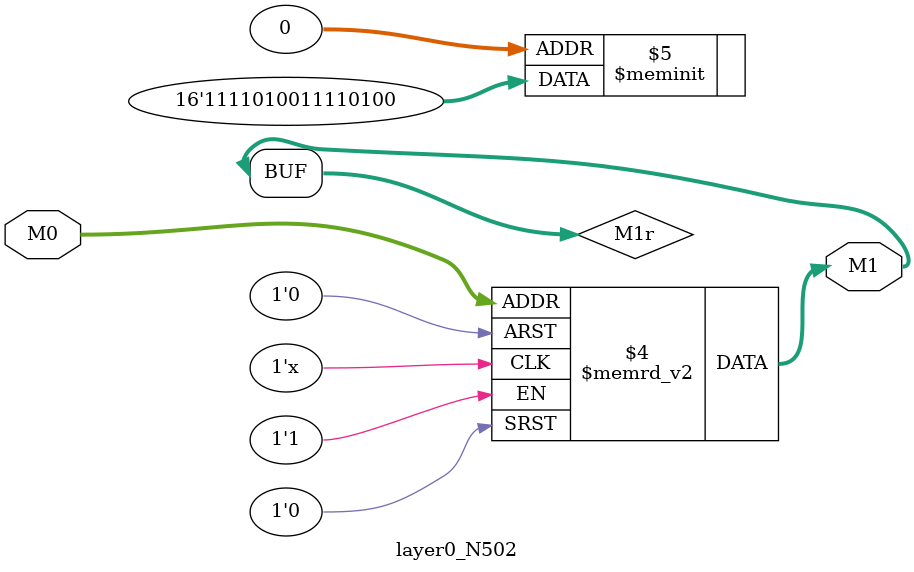
<source format=v>
module layer0_N502 ( input [2:0] M0, output [1:0] M1 );

	(*rom_style = "distributed" *) reg [1:0] M1r;
	assign M1 = M1r;
	always @ (M0) begin
		case (M0)
			3'b000: M1r = 2'b00;
			3'b100: M1r = 2'b00;
			3'b010: M1r = 2'b11;
			3'b110: M1r = 2'b11;
			3'b001: M1r = 2'b01;
			3'b101: M1r = 2'b01;
			3'b011: M1r = 2'b11;
			3'b111: M1r = 2'b11;

		endcase
	end
endmodule

</source>
